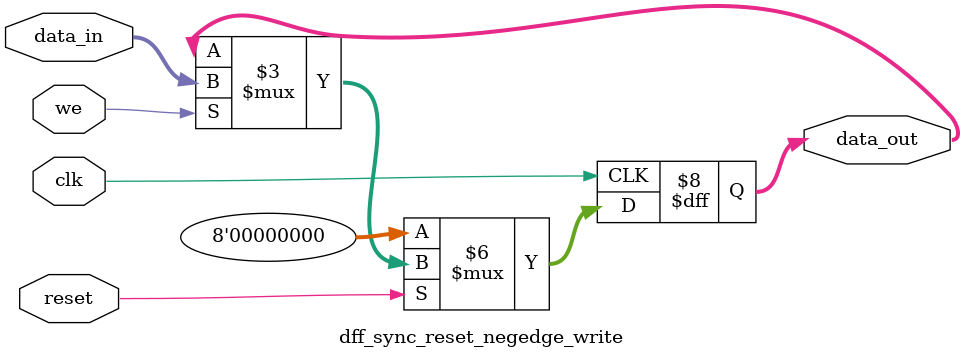
<source format=sv>
`timescale 1ns/1ns

module dff_sync_reset_negedge_write #(parameter mem_width = 8)(
    input  logic clk,
    input  logic reset,
    input  logic we,

    input  logic [mem_width-1 : 0] data_in,
    output logic [mem_width-1 : 0] data_out);

    localparam D = 1; // Delay for simulation purposes

    always @(negedge clk) begin
        if(!reset) begin
            data_out <= #D 0;
        end
        else if(we) begin
            data_out <= #D data_in;
        end
    end

endmodule

</source>
